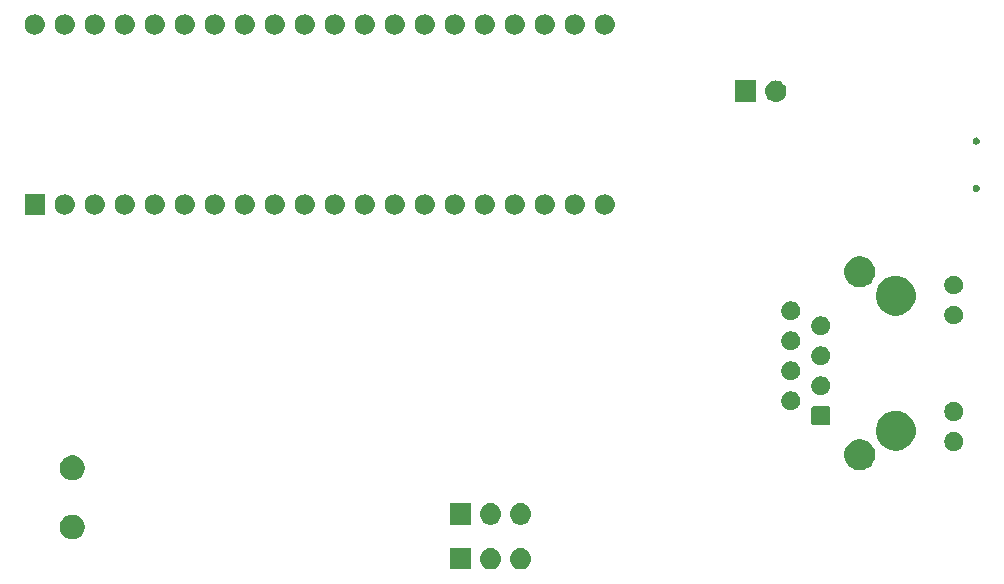
<source format=gbr>
G04 #@! TF.GenerationSoftware,KiCad,Pcbnew,(5.1.2-1)-1*
G04 #@! TF.CreationDate,2019-06-14T19:54:31-04:00*
G04 #@! TF.ProjectId,100base-t1-converter,31303062-6173-4652-9d74-312d636f6e76,rev?*
G04 #@! TF.SameCoordinates,Original*
G04 #@! TF.FileFunction,Soldermask,Bot*
G04 #@! TF.FilePolarity,Negative*
%FSLAX46Y46*%
G04 Gerber Fmt 4.6, Leading zero omitted, Abs format (unit mm)*
G04 Created by KiCad (PCBNEW (5.1.2-1)-1) date 2019-06-14 19:54:31*
%MOMM*%
%LPD*%
G04 APERTURE LIST*
%ADD10C,0.100000*%
G04 APERTURE END LIST*
D10*
G36*
X209650442Y-117905518D02*
G01*
X209716627Y-117912037D01*
X209886466Y-117963557D01*
X210042991Y-118047222D01*
X210078729Y-118076552D01*
X210180186Y-118159814D01*
X210263448Y-118261271D01*
X210292778Y-118297009D01*
X210376443Y-118453534D01*
X210427963Y-118623373D01*
X210445359Y-118800000D01*
X210427963Y-118976627D01*
X210376443Y-119146466D01*
X210292778Y-119302991D01*
X210263448Y-119338729D01*
X210180186Y-119440186D01*
X210078729Y-119523448D01*
X210042991Y-119552778D01*
X209886466Y-119636443D01*
X209716627Y-119687963D01*
X209650442Y-119694482D01*
X209584260Y-119701000D01*
X209495740Y-119701000D01*
X209429558Y-119694482D01*
X209363373Y-119687963D01*
X209193534Y-119636443D01*
X209037009Y-119552778D01*
X209001271Y-119523448D01*
X208899814Y-119440186D01*
X208816552Y-119338729D01*
X208787222Y-119302991D01*
X208703557Y-119146466D01*
X208652037Y-118976627D01*
X208634641Y-118800000D01*
X208652037Y-118623373D01*
X208703557Y-118453534D01*
X208787222Y-118297009D01*
X208816552Y-118261271D01*
X208899814Y-118159814D01*
X209001271Y-118076552D01*
X209037009Y-118047222D01*
X209193534Y-117963557D01*
X209363373Y-117912037D01*
X209429558Y-117905518D01*
X209495740Y-117899000D01*
X209584260Y-117899000D01*
X209650442Y-117905518D01*
X209650442Y-117905518D01*
G37*
G36*
X207110442Y-117905518D02*
G01*
X207176627Y-117912037D01*
X207346466Y-117963557D01*
X207502991Y-118047222D01*
X207538729Y-118076552D01*
X207640186Y-118159814D01*
X207723448Y-118261271D01*
X207752778Y-118297009D01*
X207836443Y-118453534D01*
X207887963Y-118623373D01*
X207905359Y-118800000D01*
X207887963Y-118976627D01*
X207836443Y-119146466D01*
X207752778Y-119302991D01*
X207723448Y-119338729D01*
X207640186Y-119440186D01*
X207538729Y-119523448D01*
X207502991Y-119552778D01*
X207346466Y-119636443D01*
X207176627Y-119687963D01*
X207110442Y-119694482D01*
X207044260Y-119701000D01*
X206955740Y-119701000D01*
X206889558Y-119694482D01*
X206823373Y-119687963D01*
X206653534Y-119636443D01*
X206497009Y-119552778D01*
X206461271Y-119523448D01*
X206359814Y-119440186D01*
X206276552Y-119338729D01*
X206247222Y-119302991D01*
X206163557Y-119146466D01*
X206112037Y-118976627D01*
X206094641Y-118800000D01*
X206112037Y-118623373D01*
X206163557Y-118453534D01*
X206247222Y-118297009D01*
X206276552Y-118261271D01*
X206359814Y-118159814D01*
X206461271Y-118076552D01*
X206497009Y-118047222D01*
X206653534Y-117963557D01*
X206823373Y-117912037D01*
X206889558Y-117905518D01*
X206955740Y-117899000D01*
X207044260Y-117899000D01*
X207110442Y-117905518D01*
X207110442Y-117905518D01*
G37*
G36*
X205361000Y-119701000D02*
G01*
X203559000Y-119701000D01*
X203559000Y-117899000D01*
X205361000Y-117899000D01*
X205361000Y-119701000D01*
X205361000Y-119701000D01*
G37*
G36*
X171906564Y-115089389D02*
G01*
X172097833Y-115168615D01*
X172097835Y-115168616D01*
X172109821Y-115176625D01*
X172269973Y-115283635D01*
X172416365Y-115430027D01*
X172531385Y-115602167D01*
X172610611Y-115793436D01*
X172651000Y-115996484D01*
X172651000Y-116203516D01*
X172610611Y-116406564D01*
X172531385Y-116597833D01*
X172531384Y-116597835D01*
X172416365Y-116769973D01*
X172269973Y-116916365D01*
X172097835Y-117031384D01*
X172097834Y-117031385D01*
X172097833Y-117031385D01*
X171906564Y-117110611D01*
X171703516Y-117151000D01*
X171496484Y-117151000D01*
X171293436Y-117110611D01*
X171102167Y-117031385D01*
X171102166Y-117031385D01*
X171102165Y-117031384D01*
X170930027Y-116916365D01*
X170783635Y-116769973D01*
X170668616Y-116597835D01*
X170668615Y-116597833D01*
X170589389Y-116406564D01*
X170549000Y-116203516D01*
X170549000Y-115996484D01*
X170589389Y-115793436D01*
X170668615Y-115602167D01*
X170783635Y-115430027D01*
X170930027Y-115283635D01*
X171090179Y-115176625D01*
X171102165Y-115168616D01*
X171102167Y-115168615D01*
X171293436Y-115089389D01*
X171496484Y-115049000D01*
X171703516Y-115049000D01*
X171906564Y-115089389D01*
X171906564Y-115089389D01*
G37*
G36*
X209650443Y-114105519D02*
G01*
X209716627Y-114112037D01*
X209886466Y-114163557D01*
X210042991Y-114247222D01*
X210078729Y-114276552D01*
X210180186Y-114359814D01*
X210263448Y-114461271D01*
X210292778Y-114497009D01*
X210376443Y-114653534D01*
X210427963Y-114823373D01*
X210445359Y-115000000D01*
X210427963Y-115176627D01*
X210376443Y-115346466D01*
X210292778Y-115502991D01*
X210263448Y-115538729D01*
X210180186Y-115640186D01*
X210078729Y-115723448D01*
X210042991Y-115752778D01*
X209886466Y-115836443D01*
X209716627Y-115887963D01*
X209650443Y-115894481D01*
X209584260Y-115901000D01*
X209495740Y-115901000D01*
X209429557Y-115894481D01*
X209363373Y-115887963D01*
X209193534Y-115836443D01*
X209037009Y-115752778D01*
X209001271Y-115723448D01*
X208899814Y-115640186D01*
X208816552Y-115538729D01*
X208787222Y-115502991D01*
X208703557Y-115346466D01*
X208652037Y-115176627D01*
X208634641Y-115000000D01*
X208652037Y-114823373D01*
X208703557Y-114653534D01*
X208787222Y-114497009D01*
X208816552Y-114461271D01*
X208899814Y-114359814D01*
X209001271Y-114276552D01*
X209037009Y-114247222D01*
X209193534Y-114163557D01*
X209363373Y-114112037D01*
X209429557Y-114105519D01*
X209495740Y-114099000D01*
X209584260Y-114099000D01*
X209650443Y-114105519D01*
X209650443Y-114105519D01*
G37*
G36*
X207110443Y-114105519D02*
G01*
X207176627Y-114112037D01*
X207346466Y-114163557D01*
X207502991Y-114247222D01*
X207538729Y-114276552D01*
X207640186Y-114359814D01*
X207723448Y-114461271D01*
X207752778Y-114497009D01*
X207836443Y-114653534D01*
X207887963Y-114823373D01*
X207905359Y-115000000D01*
X207887963Y-115176627D01*
X207836443Y-115346466D01*
X207752778Y-115502991D01*
X207723448Y-115538729D01*
X207640186Y-115640186D01*
X207538729Y-115723448D01*
X207502991Y-115752778D01*
X207346466Y-115836443D01*
X207176627Y-115887963D01*
X207110443Y-115894481D01*
X207044260Y-115901000D01*
X206955740Y-115901000D01*
X206889557Y-115894481D01*
X206823373Y-115887963D01*
X206653534Y-115836443D01*
X206497009Y-115752778D01*
X206461271Y-115723448D01*
X206359814Y-115640186D01*
X206276552Y-115538729D01*
X206247222Y-115502991D01*
X206163557Y-115346466D01*
X206112037Y-115176627D01*
X206094641Y-115000000D01*
X206112037Y-114823373D01*
X206163557Y-114653534D01*
X206247222Y-114497009D01*
X206276552Y-114461271D01*
X206359814Y-114359814D01*
X206461271Y-114276552D01*
X206497009Y-114247222D01*
X206653534Y-114163557D01*
X206823373Y-114112037D01*
X206889557Y-114105519D01*
X206955740Y-114099000D01*
X207044260Y-114099000D01*
X207110443Y-114105519D01*
X207110443Y-114105519D01*
G37*
G36*
X205361000Y-115901000D02*
G01*
X203559000Y-115901000D01*
X203559000Y-114099000D01*
X205361000Y-114099000D01*
X205361000Y-115901000D01*
X205361000Y-115901000D01*
G37*
G36*
X171906564Y-110089389D02*
G01*
X172097833Y-110168615D01*
X172097835Y-110168616D01*
X172269973Y-110283635D01*
X172416365Y-110430027D01*
X172530775Y-110601253D01*
X172531385Y-110602167D01*
X172610611Y-110793436D01*
X172651000Y-110996484D01*
X172651000Y-111203516D01*
X172610611Y-111406564D01*
X172531385Y-111597833D01*
X172531384Y-111597835D01*
X172416365Y-111769973D01*
X172269973Y-111916365D01*
X172097835Y-112031384D01*
X172097834Y-112031385D01*
X172097833Y-112031385D01*
X171906564Y-112110611D01*
X171703516Y-112151000D01*
X171496484Y-112151000D01*
X171293436Y-112110611D01*
X171102167Y-112031385D01*
X171102166Y-112031385D01*
X171102165Y-112031384D01*
X170930027Y-111916365D01*
X170783635Y-111769973D01*
X170668616Y-111597835D01*
X170668615Y-111597833D01*
X170589389Y-111406564D01*
X170549000Y-111203516D01*
X170549000Y-110996484D01*
X170589389Y-110793436D01*
X170668615Y-110602167D01*
X170669226Y-110601253D01*
X170783635Y-110430027D01*
X170930027Y-110283635D01*
X171102165Y-110168616D01*
X171102167Y-110168615D01*
X171293436Y-110089389D01*
X171496484Y-110049000D01*
X171703516Y-110049000D01*
X171906564Y-110089389D01*
X171906564Y-110089389D01*
G37*
G36*
X238639487Y-108733996D02*
G01*
X238876253Y-108832068D01*
X238876255Y-108832069D01*
X239089339Y-108974447D01*
X239270553Y-109155661D01*
X239338155Y-109256834D01*
X239412932Y-109368747D01*
X239511004Y-109605513D01*
X239561000Y-109856861D01*
X239561000Y-110113139D01*
X239511004Y-110364487D01*
X239483856Y-110430027D01*
X239412931Y-110601255D01*
X239270553Y-110814339D01*
X239089339Y-110995553D01*
X238876255Y-111137931D01*
X238876254Y-111137932D01*
X238876253Y-111137932D01*
X238639487Y-111236004D01*
X238388139Y-111286000D01*
X238131861Y-111286000D01*
X237880513Y-111236004D01*
X237643747Y-111137932D01*
X237643746Y-111137932D01*
X237643745Y-111137931D01*
X237430661Y-110995553D01*
X237249447Y-110814339D01*
X237107069Y-110601255D01*
X237036144Y-110430027D01*
X237008996Y-110364487D01*
X236959000Y-110113139D01*
X236959000Y-109856861D01*
X237008996Y-109605513D01*
X237107068Y-109368747D01*
X237181846Y-109256834D01*
X237249447Y-109155661D01*
X237430661Y-108974447D01*
X237643745Y-108832069D01*
X237643747Y-108832068D01*
X237880513Y-108733996D01*
X238131861Y-108684000D01*
X238388139Y-108684000D01*
X238639487Y-108733996D01*
X238639487Y-108733996D01*
G37*
G36*
X246443642Y-108094781D02*
G01*
X246589414Y-108155162D01*
X246589416Y-108155163D01*
X246720608Y-108242822D01*
X246832178Y-108354392D01*
X246891965Y-108443871D01*
X246919838Y-108485586D01*
X246980219Y-108631358D01*
X247011000Y-108786107D01*
X247011000Y-108943893D01*
X246980219Y-109098642D01*
X246919838Y-109244414D01*
X246919837Y-109244416D01*
X246832178Y-109375608D01*
X246720608Y-109487178D01*
X246589416Y-109574837D01*
X246589415Y-109574838D01*
X246589414Y-109574838D01*
X246443642Y-109635219D01*
X246288893Y-109666000D01*
X246131107Y-109666000D01*
X245976358Y-109635219D01*
X245830586Y-109574838D01*
X245830585Y-109574838D01*
X245830584Y-109574837D01*
X245699392Y-109487178D01*
X245587822Y-109375608D01*
X245500163Y-109244416D01*
X245500162Y-109244414D01*
X245439781Y-109098642D01*
X245409000Y-108943893D01*
X245409000Y-108786107D01*
X245439781Y-108631358D01*
X245500162Y-108485586D01*
X245528035Y-108443871D01*
X245587822Y-108354392D01*
X245699392Y-108242822D01*
X245830584Y-108155163D01*
X245830586Y-108155162D01*
X245976358Y-108094781D01*
X246131107Y-108064000D01*
X246288893Y-108064000D01*
X246443642Y-108094781D01*
X246443642Y-108094781D01*
G37*
G36*
X241636971Y-106311204D02*
G01*
X241798871Y-106343408D01*
X242103883Y-106469748D01*
X242378387Y-106653166D01*
X242611834Y-106886613D01*
X242795252Y-107161117D01*
X242921592Y-107466129D01*
X242986000Y-107789928D01*
X242986000Y-108120072D01*
X242921592Y-108443871D01*
X242795252Y-108748883D01*
X242611834Y-109023387D01*
X242378387Y-109256834D01*
X242103883Y-109440252D01*
X241798871Y-109566592D01*
X241636971Y-109598796D01*
X241475073Y-109631000D01*
X241144927Y-109631000D01*
X240983029Y-109598796D01*
X240821129Y-109566592D01*
X240516117Y-109440252D01*
X240241613Y-109256834D01*
X240008166Y-109023387D01*
X239824748Y-108748883D01*
X239698408Y-108443871D01*
X239634000Y-108120072D01*
X239634000Y-107789928D01*
X239698408Y-107466129D01*
X239824748Y-107161117D01*
X240008166Y-106886613D01*
X240241613Y-106653166D01*
X240516117Y-106469748D01*
X240821129Y-106343408D01*
X240983029Y-106311204D01*
X241144927Y-106279000D01*
X241475073Y-106279000D01*
X241636971Y-106311204D01*
X241636971Y-106311204D01*
G37*
G36*
X235602546Y-105883134D02*
G01*
X235637010Y-105893589D01*
X235668761Y-105910560D01*
X235696597Y-105933403D01*
X235719440Y-105961239D01*
X235736411Y-105992990D01*
X235746866Y-106027454D01*
X235751000Y-106069425D01*
X235751000Y-107290575D01*
X235746866Y-107332546D01*
X235736411Y-107367010D01*
X235719440Y-107398761D01*
X235696597Y-107426597D01*
X235668761Y-107449440D01*
X235637010Y-107466411D01*
X235602546Y-107476866D01*
X235560575Y-107481000D01*
X234339425Y-107481000D01*
X234297454Y-107476866D01*
X234262990Y-107466411D01*
X234231239Y-107449440D01*
X234203403Y-107426597D01*
X234180560Y-107398761D01*
X234163589Y-107367010D01*
X234153134Y-107332546D01*
X234149000Y-107290575D01*
X234149000Y-106069425D01*
X234153134Y-106027454D01*
X234163589Y-105992990D01*
X234180560Y-105961239D01*
X234203403Y-105933403D01*
X234231239Y-105910560D01*
X234262990Y-105893589D01*
X234297454Y-105883134D01*
X234339425Y-105879000D01*
X235560575Y-105879000D01*
X235602546Y-105883134D01*
X235602546Y-105883134D01*
G37*
G36*
X246443642Y-105554781D02*
G01*
X246589414Y-105615162D01*
X246589416Y-105615163D01*
X246720608Y-105702822D01*
X246832178Y-105814392D01*
X246909830Y-105930608D01*
X246919838Y-105945586D01*
X246980219Y-106091358D01*
X247011000Y-106246107D01*
X247011000Y-106403893D01*
X246980219Y-106558642D01*
X246919838Y-106704414D01*
X246919837Y-106704416D01*
X246832178Y-106835608D01*
X246720608Y-106947178D01*
X246589416Y-107034837D01*
X246589415Y-107034838D01*
X246589414Y-107034838D01*
X246443642Y-107095219D01*
X246288893Y-107126000D01*
X246131107Y-107126000D01*
X245976358Y-107095219D01*
X245830586Y-107034838D01*
X245830585Y-107034838D01*
X245830584Y-107034837D01*
X245699392Y-106947178D01*
X245587822Y-106835608D01*
X245500163Y-106704416D01*
X245500162Y-106704414D01*
X245439781Y-106558642D01*
X245409000Y-106403893D01*
X245409000Y-106246107D01*
X245439781Y-106091358D01*
X245500162Y-105945586D01*
X245510170Y-105930608D01*
X245587822Y-105814392D01*
X245699392Y-105702822D01*
X245830584Y-105615163D01*
X245830586Y-105615162D01*
X245976358Y-105554781D01*
X246131107Y-105524000D01*
X246288893Y-105524000D01*
X246443642Y-105554781D01*
X246443642Y-105554781D01*
G37*
G36*
X232643642Y-104649781D02*
G01*
X232789414Y-104710162D01*
X232789416Y-104710163D01*
X232920608Y-104797822D01*
X233032178Y-104909392D01*
X233119837Y-105040584D01*
X233119838Y-105040586D01*
X233180219Y-105186358D01*
X233211000Y-105341107D01*
X233211000Y-105498893D01*
X233180219Y-105653642D01*
X233119838Y-105799414D01*
X233119837Y-105799416D01*
X233032178Y-105930608D01*
X232920608Y-106042178D01*
X232789416Y-106129837D01*
X232789415Y-106129838D01*
X232789414Y-106129838D01*
X232643642Y-106190219D01*
X232488893Y-106221000D01*
X232331107Y-106221000D01*
X232176358Y-106190219D01*
X232030586Y-106129838D01*
X232030585Y-106129838D01*
X232030584Y-106129837D01*
X231899392Y-106042178D01*
X231787822Y-105930608D01*
X231700163Y-105799416D01*
X231700162Y-105799414D01*
X231639781Y-105653642D01*
X231609000Y-105498893D01*
X231609000Y-105341107D01*
X231639781Y-105186358D01*
X231700162Y-105040586D01*
X231700163Y-105040584D01*
X231787822Y-104909392D01*
X231899392Y-104797822D01*
X232030584Y-104710163D01*
X232030586Y-104710162D01*
X232176358Y-104649781D01*
X232331107Y-104619000D01*
X232488893Y-104619000D01*
X232643642Y-104649781D01*
X232643642Y-104649781D01*
G37*
G36*
X235183642Y-103369781D02*
G01*
X235329414Y-103430162D01*
X235329416Y-103430163D01*
X235460608Y-103517822D01*
X235572178Y-103629392D01*
X235606661Y-103681000D01*
X235659838Y-103760586D01*
X235720219Y-103906358D01*
X235751000Y-104061107D01*
X235751000Y-104218893D01*
X235720219Y-104373642D01*
X235659838Y-104519414D01*
X235659837Y-104519416D01*
X235572178Y-104650608D01*
X235460608Y-104762178D01*
X235329416Y-104849837D01*
X235329415Y-104849838D01*
X235329414Y-104849838D01*
X235183642Y-104910219D01*
X235028893Y-104941000D01*
X234871107Y-104941000D01*
X234716358Y-104910219D01*
X234570586Y-104849838D01*
X234570585Y-104849838D01*
X234570584Y-104849837D01*
X234439392Y-104762178D01*
X234327822Y-104650608D01*
X234240163Y-104519416D01*
X234240162Y-104519414D01*
X234179781Y-104373642D01*
X234149000Y-104218893D01*
X234149000Y-104061107D01*
X234179781Y-103906358D01*
X234240162Y-103760586D01*
X234293339Y-103681000D01*
X234327822Y-103629392D01*
X234439392Y-103517822D01*
X234570584Y-103430163D01*
X234570586Y-103430162D01*
X234716358Y-103369781D01*
X234871107Y-103339000D01*
X235028893Y-103339000D01*
X235183642Y-103369781D01*
X235183642Y-103369781D01*
G37*
G36*
X232643642Y-102109781D02*
G01*
X232789414Y-102170162D01*
X232789416Y-102170163D01*
X232920608Y-102257822D01*
X233032178Y-102369392D01*
X233119837Y-102500584D01*
X233119838Y-102500586D01*
X233180219Y-102646358D01*
X233211000Y-102801107D01*
X233211000Y-102958893D01*
X233180219Y-103113642D01*
X233119838Y-103259414D01*
X233119837Y-103259416D01*
X233032178Y-103390608D01*
X232920608Y-103502178D01*
X232789416Y-103589837D01*
X232789415Y-103589838D01*
X232789414Y-103589838D01*
X232643642Y-103650219D01*
X232488893Y-103681000D01*
X232331107Y-103681000D01*
X232176358Y-103650219D01*
X232030586Y-103589838D01*
X232030585Y-103589838D01*
X232030584Y-103589837D01*
X231899392Y-103502178D01*
X231787822Y-103390608D01*
X231700163Y-103259416D01*
X231700162Y-103259414D01*
X231639781Y-103113642D01*
X231609000Y-102958893D01*
X231609000Y-102801107D01*
X231639781Y-102646358D01*
X231700162Y-102500586D01*
X231700163Y-102500584D01*
X231787822Y-102369392D01*
X231899392Y-102257822D01*
X232030584Y-102170163D01*
X232030586Y-102170162D01*
X232176358Y-102109781D01*
X232331107Y-102079000D01*
X232488893Y-102079000D01*
X232643642Y-102109781D01*
X232643642Y-102109781D01*
G37*
G36*
X235183642Y-100829781D02*
G01*
X235329414Y-100890162D01*
X235329416Y-100890163D01*
X235460608Y-100977822D01*
X235572178Y-101089392D01*
X235606661Y-101141000D01*
X235659838Y-101220586D01*
X235720219Y-101366358D01*
X235751000Y-101521107D01*
X235751000Y-101678893D01*
X235720219Y-101833642D01*
X235659838Y-101979414D01*
X235659837Y-101979416D01*
X235572178Y-102110608D01*
X235460608Y-102222178D01*
X235329416Y-102309837D01*
X235329415Y-102309838D01*
X235329414Y-102309838D01*
X235183642Y-102370219D01*
X235028893Y-102401000D01*
X234871107Y-102401000D01*
X234716358Y-102370219D01*
X234570586Y-102309838D01*
X234570585Y-102309838D01*
X234570584Y-102309837D01*
X234439392Y-102222178D01*
X234327822Y-102110608D01*
X234240163Y-101979416D01*
X234240162Y-101979414D01*
X234179781Y-101833642D01*
X234149000Y-101678893D01*
X234149000Y-101521107D01*
X234179781Y-101366358D01*
X234240162Y-101220586D01*
X234293339Y-101141000D01*
X234327822Y-101089392D01*
X234439392Y-100977822D01*
X234570584Y-100890163D01*
X234570586Y-100890162D01*
X234716358Y-100829781D01*
X234871107Y-100799000D01*
X235028893Y-100799000D01*
X235183642Y-100829781D01*
X235183642Y-100829781D01*
G37*
G36*
X232643642Y-99569781D02*
G01*
X232789414Y-99630162D01*
X232789416Y-99630163D01*
X232920608Y-99717822D01*
X233032178Y-99829392D01*
X233119837Y-99960584D01*
X233119838Y-99960586D01*
X233180219Y-100106358D01*
X233211000Y-100261107D01*
X233211000Y-100418893D01*
X233180219Y-100573642D01*
X233119838Y-100719414D01*
X233119837Y-100719416D01*
X233032178Y-100850608D01*
X232920608Y-100962178D01*
X232789416Y-101049837D01*
X232789415Y-101049838D01*
X232789414Y-101049838D01*
X232643642Y-101110219D01*
X232488893Y-101141000D01*
X232331107Y-101141000D01*
X232176358Y-101110219D01*
X232030586Y-101049838D01*
X232030585Y-101049838D01*
X232030584Y-101049837D01*
X231899392Y-100962178D01*
X231787822Y-100850608D01*
X231700163Y-100719416D01*
X231700162Y-100719414D01*
X231639781Y-100573642D01*
X231609000Y-100418893D01*
X231609000Y-100261107D01*
X231639781Y-100106358D01*
X231700162Y-99960586D01*
X231700163Y-99960584D01*
X231787822Y-99829392D01*
X231899392Y-99717822D01*
X232030584Y-99630163D01*
X232030586Y-99630162D01*
X232176358Y-99569781D01*
X232331107Y-99539000D01*
X232488893Y-99539000D01*
X232643642Y-99569781D01*
X232643642Y-99569781D01*
G37*
G36*
X235183642Y-98289781D02*
G01*
X235329414Y-98350162D01*
X235329416Y-98350163D01*
X235460608Y-98437822D01*
X235572178Y-98549392D01*
X235649830Y-98665608D01*
X235659838Y-98680586D01*
X235720219Y-98826358D01*
X235751000Y-98981107D01*
X235751000Y-99138893D01*
X235720219Y-99293642D01*
X235659838Y-99439414D01*
X235659837Y-99439416D01*
X235572178Y-99570608D01*
X235460608Y-99682178D01*
X235329416Y-99769837D01*
X235329415Y-99769838D01*
X235329414Y-99769838D01*
X235183642Y-99830219D01*
X235028893Y-99861000D01*
X234871107Y-99861000D01*
X234716358Y-99830219D01*
X234570586Y-99769838D01*
X234570585Y-99769838D01*
X234570584Y-99769837D01*
X234439392Y-99682178D01*
X234327822Y-99570608D01*
X234240163Y-99439416D01*
X234240162Y-99439414D01*
X234179781Y-99293642D01*
X234149000Y-99138893D01*
X234149000Y-98981107D01*
X234179781Y-98826358D01*
X234240162Y-98680586D01*
X234250170Y-98665608D01*
X234327822Y-98549392D01*
X234439392Y-98437822D01*
X234570584Y-98350163D01*
X234570586Y-98350162D01*
X234716358Y-98289781D01*
X234871107Y-98259000D01*
X235028893Y-98259000D01*
X235183642Y-98289781D01*
X235183642Y-98289781D01*
G37*
G36*
X246443642Y-97384781D02*
G01*
X246589414Y-97445162D01*
X246589416Y-97445163D01*
X246720608Y-97532822D01*
X246832178Y-97644392D01*
X246919837Y-97775584D01*
X246919838Y-97775586D01*
X246980219Y-97921358D01*
X247011000Y-98076107D01*
X247011000Y-98233893D01*
X246980219Y-98388642D01*
X246930018Y-98509837D01*
X246919837Y-98534416D01*
X246832178Y-98665608D01*
X246720608Y-98777178D01*
X246589416Y-98864837D01*
X246589415Y-98864838D01*
X246589414Y-98864838D01*
X246443642Y-98925219D01*
X246288893Y-98956000D01*
X246131107Y-98956000D01*
X245976358Y-98925219D01*
X245830586Y-98864838D01*
X245830585Y-98864838D01*
X245830584Y-98864837D01*
X245699392Y-98777178D01*
X245587822Y-98665608D01*
X245500163Y-98534416D01*
X245489982Y-98509837D01*
X245439781Y-98388642D01*
X245409000Y-98233893D01*
X245409000Y-98076107D01*
X245439781Y-97921358D01*
X245500162Y-97775586D01*
X245500163Y-97775584D01*
X245587822Y-97644392D01*
X245699392Y-97532822D01*
X245830584Y-97445163D01*
X245830586Y-97445162D01*
X245976358Y-97384781D01*
X246131107Y-97354000D01*
X246288893Y-97354000D01*
X246443642Y-97384781D01*
X246443642Y-97384781D01*
G37*
G36*
X232643642Y-97029781D02*
G01*
X232789414Y-97090162D01*
X232789416Y-97090163D01*
X232920608Y-97177822D01*
X233032178Y-97289392D01*
X233051882Y-97318882D01*
X233119838Y-97420586D01*
X233180219Y-97566358D01*
X233211000Y-97721107D01*
X233211000Y-97878893D01*
X233180219Y-98033642D01*
X233119838Y-98179414D01*
X233119837Y-98179416D01*
X233032178Y-98310608D01*
X232920608Y-98422178D01*
X232789416Y-98509837D01*
X232789415Y-98509838D01*
X232789414Y-98509838D01*
X232643642Y-98570219D01*
X232488893Y-98601000D01*
X232331107Y-98601000D01*
X232176358Y-98570219D01*
X232030586Y-98509838D01*
X232030585Y-98509838D01*
X232030584Y-98509837D01*
X231899392Y-98422178D01*
X231787822Y-98310608D01*
X231700163Y-98179416D01*
X231700162Y-98179414D01*
X231639781Y-98033642D01*
X231609000Y-97878893D01*
X231609000Y-97721107D01*
X231639781Y-97566358D01*
X231700162Y-97420586D01*
X231768118Y-97318882D01*
X231787822Y-97289392D01*
X231899392Y-97177822D01*
X232030584Y-97090163D01*
X232030586Y-97090162D01*
X232176358Y-97029781D01*
X232331107Y-96999000D01*
X232488893Y-96999000D01*
X232643642Y-97029781D01*
X232643642Y-97029781D01*
G37*
G36*
X241603203Y-94874487D02*
G01*
X241798871Y-94913408D01*
X242103883Y-95039748D01*
X242378387Y-95223166D01*
X242611834Y-95456613D01*
X242795252Y-95731117D01*
X242921592Y-96036129D01*
X242986000Y-96359928D01*
X242986000Y-96690072D01*
X242921592Y-97013871D01*
X242795252Y-97318883D01*
X242611834Y-97593387D01*
X242378387Y-97826834D01*
X242103883Y-98010252D01*
X241798871Y-98136592D01*
X241636971Y-98168796D01*
X241475073Y-98201000D01*
X241144927Y-98201000D01*
X240821129Y-98136592D01*
X240516117Y-98010252D01*
X240241613Y-97826834D01*
X240008166Y-97593387D01*
X239824748Y-97318883D01*
X239698408Y-97013871D01*
X239634000Y-96690072D01*
X239634000Y-96359928D01*
X239698408Y-96036129D01*
X239824748Y-95731117D01*
X240008166Y-95456613D01*
X240241613Y-95223166D01*
X240516117Y-95039748D01*
X240821129Y-94913408D01*
X241016797Y-94874487D01*
X241144927Y-94849000D01*
X241475073Y-94849000D01*
X241603203Y-94874487D01*
X241603203Y-94874487D01*
G37*
G36*
X246443642Y-94844781D02*
G01*
X246589414Y-94905162D01*
X246589416Y-94905163D01*
X246720608Y-94992822D01*
X246832178Y-95104392D01*
X246919837Y-95235584D01*
X246919838Y-95235586D01*
X246980219Y-95381358D01*
X247011000Y-95536107D01*
X247011000Y-95693893D01*
X246980219Y-95848642D01*
X246919838Y-95994414D01*
X246919837Y-95994416D01*
X246832178Y-96125608D01*
X246720608Y-96237178D01*
X246589416Y-96324837D01*
X246589415Y-96324838D01*
X246589414Y-96324838D01*
X246443642Y-96385219D01*
X246288893Y-96416000D01*
X246131107Y-96416000D01*
X245976358Y-96385219D01*
X245830586Y-96324838D01*
X245830585Y-96324838D01*
X245830584Y-96324837D01*
X245699392Y-96237178D01*
X245587822Y-96125608D01*
X245500163Y-95994416D01*
X245500162Y-95994414D01*
X245439781Y-95848642D01*
X245409000Y-95693893D01*
X245409000Y-95536107D01*
X245439781Y-95381358D01*
X245500162Y-95235586D01*
X245500163Y-95235584D01*
X245587822Y-95104392D01*
X245699392Y-94992822D01*
X245830584Y-94905163D01*
X245830586Y-94905162D01*
X245976358Y-94844781D01*
X246131107Y-94814000D01*
X246288893Y-94814000D01*
X246443642Y-94844781D01*
X246443642Y-94844781D01*
G37*
G36*
X238639487Y-93243996D02*
G01*
X238876253Y-93342068D01*
X238876255Y-93342069D01*
X239089339Y-93484447D01*
X239270553Y-93665661D01*
X239412932Y-93878747D01*
X239511004Y-94115513D01*
X239561000Y-94366861D01*
X239561000Y-94623139D01*
X239511004Y-94874487D01*
X239412932Y-95111253D01*
X239412931Y-95111255D01*
X239270553Y-95324339D01*
X239089339Y-95505553D01*
X238876255Y-95647931D01*
X238876254Y-95647932D01*
X238876253Y-95647932D01*
X238639487Y-95746004D01*
X238388139Y-95796000D01*
X238131861Y-95796000D01*
X237880513Y-95746004D01*
X237643747Y-95647932D01*
X237643746Y-95647932D01*
X237643745Y-95647931D01*
X237430661Y-95505553D01*
X237249447Y-95324339D01*
X237107069Y-95111255D01*
X237107068Y-95111253D01*
X237008996Y-94874487D01*
X236959000Y-94623139D01*
X236959000Y-94366861D01*
X237008996Y-94115513D01*
X237107068Y-93878747D01*
X237249447Y-93665661D01*
X237430661Y-93484447D01*
X237643745Y-93342069D01*
X237643747Y-93342068D01*
X237880513Y-93243996D01*
X238131861Y-93194000D01*
X238388139Y-93194000D01*
X238639487Y-93243996D01*
X238639487Y-93243996D01*
G37*
G36*
X178726823Y-87961313D02*
G01*
X178887242Y-88009976D01*
X179019906Y-88080886D01*
X179035078Y-88088996D01*
X179164659Y-88195341D01*
X179271004Y-88324922D01*
X179271005Y-88324924D01*
X179350024Y-88472758D01*
X179398687Y-88633177D01*
X179415117Y-88800000D01*
X179398687Y-88966823D01*
X179350024Y-89127242D01*
X179279114Y-89259906D01*
X179271004Y-89275078D01*
X179164659Y-89404659D01*
X179035078Y-89511004D01*
X179035076Y-89511005D01*
X178887242Y-89590024D01*
X178726823Y-89638687D01*
X178601804Y-89651000D01*
X178518196Y-89651000D01*
X178393177Y-89638687D01*
X178232758Y-89590024D01*
X178084924Y-89511005D01*
X178084922Y-89511004D01*
X177955341Y-89404659D01*
X177848996Y-89275078D01*
X177840886Y-89259906D01*
X177769976Y-89127242D01*
X177721313Y-88966823D01*
X177704883Y-88800000D01*
X177721313Y-88633177D01*
X177769976Y-88472758D01*
X177848995Y-88324924D01*
X177848996Y-88324922D01*
X177955341Y-88195341D01*
X178084922Y-88088996D01*
X178100094Y-88080886D01*
X178232758Y-88009976D01*
X178393177Y-87961313D01*
X178518196Y-87949000D01*
X178601804Y-87949000D01*
X178726823Y-87961313D01*
X178726823Y-87961313D01*
G37*
G36*
X183806823Y-87961313D02*
G01*
X183967242Y-88009976D01*
X184099906Y-88080886D01*
X184115078Y-88088996D01*
X184244659Y-88195341D01*
X184351004Y-88324922D01*
X184351005Y-88324924D01*
X184430024Y-88472758D01*
X184478687Y-88633177D01*
X184495117Y-88800000D01*
X184478687Y-88966823D01*
X184430024Y-89127242D01*
X184359114Y-89259906D01*
X184351004Y-89275078D01*
X184244659Y-89404659D01*
X184115078Y-89511004D01*
X184115076Y-89511005D01*
X183967242Y-89590024D01*
X183806823Y-89638687D01*
X183681804Y-89651000D01*
X183598196Y-89651000D01*
X183473177Y-89638687D01*
X183312758Y-89590024D01*
X183164924Y-89511005D01*
X183164922Y-89511004D01*
X183035341Y-89404659D01*
X182928996Y-89275078D01*
X182920886Y-89259906D01*
X182849976Y-89127242D01*
X182801313Y-88966823D01*
X182784883Y-88800000D01*
X182801313Y-88633177D01*
X182849976Y-88472758D01*
X182928995Y-88324924D01*
X182928996Y-88324922D01*
X183035341Y-88195341D01*
X183164922Y-88088996D01*
X183180094Y-88080886D01*
X183312758Y-88009976D01*
X183473177Y-87961313D01*
X183598196Y-87949000D01*
X183681804Y-87949000D01*
X183806823Y-87961313D01*
X183806823Y-87961313D01*
G37*
G36*
X216826823Y-87961313D02*
G01*
X216987242Y-88009976D01*
X217119906Y-88080886D01*
X217135078Y-88088996D01*
X217264659Y-88195341D01*
X217371004Y-88324922D01*
X217371005Y-88324924D01*
X217450024Y-88472758D01*
X217498687Y-88633177D01*
X217515117Y-88800000D01*
X217498687Y-88966823D01*
X217450024Y-89127242D01*
X217379114Y-89259906D01*
X217371004Y-89275078D01*
X217264659Y-89404659D01*
X217135078Y-89511004D01*
X217135076Y-89511005D01*
X216987242Y-89590024D01*
X216826823Y-89638687D01*
X216701804Y-89651000D01*
X216618196Y-89651000D01*
X216493177Y-89638687D01*
X216332758Y-89590024D01*
X216184924Y-89511005D01*
X216184922Y-89511004D01*
X216055341Y-89404659D01*
X215948996Y-89275078D01*
X215940886Y-89259906D01*
X215869976Y-89127242D01*
X215821313Y-88966823D01*
X215804883Y-88800000D01*
X215821313Y-88633177D01*
X215869976Y-88472758D01*
X215948995Y-88324924D01*
X215948996Y-88324922D01*
X216055341Y-88195341D01*
X216184922Y-88088996D01*
X216200094Y-88080886D01*
X216332758Y-88009976D01*
X216493177Y-87961313D01*
X216618196Y-87949000D01*
X216701804Y-87949000D01*
X216826823Y-87961313D01*
X216826823Y-87961313D01*
G37*
G36*
X214286823Y-87961313D02*
G01*
X214447242Y-88009976D01*
X214579906Y-88080886D01*
X214595078Y-88088996D01*
X214724659Y-88195341D01*
X214831004Y-88324922D01*
X214831005Y-88324924D01*
X214910024Y-88472758D01*
X214958687Y-88633177D01*
X214975117Y-88800000D01*
X214958687Y-88966823D01*
X214910024Y-89127242D01*
X214839114Y-89259906D01*
X214831004Y-89275078D01*
X214724659Y-89404659D01*
X214595078Y-89511004D01*
X214595076Y-89511005D01*
X214447242Y-89590024D01*
X214286823Y-89638687D01*
X214161804Y-89651000D01*
X214078196Y-89651000D01*
X213953177Y-89638687D01*
X213792758Y-89590024D01*
X213644924Y-89511005D01*
X213644922Y-89511004D01*
X213515341Y-89404659D01*
X213408996Y-89275078D01*
X213400886Y-89259906D01*
X213329976Y-89127242D01*
X213281313Y-88966823D01*
X213264883Y-88800000D01*
X213281313Y-88633177D01*
X213329976Y-88472758D01*
X213408995Y-88324924D01*
X213408996Y-88324922D01*
X213515341Y-88195341D01*
X213644922Y-88088996D01*
X213660094Y-88080886D01*
X213792758Y-88009976D01*
X213953177Y-87961313D01*
X214078196Y-87949000D01*
X214161804Y-87949000D01*
X214286823Y-87961313D01*
X214286823Y-87961313D01*
G37*
G36*
X211746823Y-87961313D02*
G01*
X211907242Y-88009976D01*
X212039906Y-88080886D01*
X212055078Y-88088996D01*
X212184659Y-88195341D01*
X212291004Y-88324922D01*
X212291005Y-88324924D01*
X212370024Y-88472758D01*
X212418687Y-88633177D01*
X212435117Y-88800000D01*
X212418687Y-88966823D01*
X212370024Y-89127242D01*
X212299114Y-89259906D01*
X212291004Y-89275078D01*
X212184659Y-89404659D01*
X212055078Y-89511004D01*
X212055076Y-89511005D01*
X211907242Y-89590024D01*
X211746823Y-89638687D01*
X211621804Y-89651000D01*
X211538196Y-89651000D01*
X211413177Y-89638687D01*
X211252758Y-89590024D01*
X211104924Y-89511005D01*
X211104922Y-89511004D01*
X210975341Y-89404659D01*
X210868996Y-89275078D01*
X210860886Y-89259906D01*
X210789976Y-89127242D01*
X210741313Y-88966823D01*
X210724883Y-88800000D01*
X210741313Y-88633177D01*
X210789976Y-88472758D01*
X210868995Y-88324924D01*
X210868996Y-88324922D01*
X210975341Y-88195341D01*
X211104922Y-88088996D01*
X211120094Y-88080886D01*
X211252758Y-88009976D01*
X211413177Y-87961313D01*
X211538196Y-87949000D01*
X211621804Y-87949000D01*
X211746823Y-87961313D01*
X211746823Y-87961313D01*
G37*
G36*
X209206823Y-87961313D02*
G01*
X209367242Y-88009976D01*
X209499906Y-88080886D01*
X209515078Y-88088996D01*
X209644659Y-88195341D01*
X209751004Y-88324922D01*
X209751005Y-88324924D01*
X209830024Y-88472758D01*
X209878687Y-88633177D01*
X209895117Y-88800000D01*
X209878687Y-88966823D01*
X209830024Y-89127242D01*
X209759114Y-89259906D01*
X209751004Y-89275078D01*
X209644659Y-89404659D01*
X209515078Y-89511004D01*
X209515076Y-89511005D01*
X209367242Y-89590024D01*
X209206823Y-89638687D01*
X209081804Y-89651000D01*
X208998196Y-89651000D01*
X208873177Y-89638687D01*
X208712758Y-89590024D01*
X208564924Y-89511005D01*
X208564922Y-89511004D01*
X208435341Y-89404659D01*
X208328996Y-89275078D01*
X208320886Y-89259906D01*
X208249976Y-89127242D01*
X208201313Y-88966823D01*
X208184883Y-88800000D01*
X208201313Y-88633177D01*
X208249976Y-88472758D01*
X208328995Y-88324924D01*
X208328996Y-88324922D01*
X208435341Y-88195341D01*
X208564922Y-88088996D01*
X208580094Y-88080886D01*
X208712758Y-88009976D01*
X208873177Y-87961313D01*
X208998196Y-87949000D01*
X209081804Y-87949000D01*
X209206823Y-87961313D01*
X209206823Y-87961313D01*
G37*
G36*
X206666823Y-87961313D02*
G01*
X206827242Y-88009976D01*
X206959906Y-88080886D01*
X206975078Y-88088996D01*
X207104659Y-88195341D01*
X207211004Y-88324922D01*
X207211005Y-88324924D01*
X207290024Y-88472758D01*
X207338687Y-88633177D01*
X207355117Y-88800000D01*
X207338687Y-88966823D01*
X207290024Y-89127242D01*
X207219114Y-89259906D01*
X207211004Y-89275078D01*
X207104659Y-89404659D01*
X206975078Y-89511004D01*
X206975076Y-89511005D01*
X206827242Y-89590024D01*
X206666823Y-89638687D01*
X206541804Y-89651000D01*
X206458196Y-89651000D01*
X206333177Y-89638687D01*
X206172758Y-89590024D01*
X206024924Y-89511005D01*
X206024922Y-89511004D01*
X205895341Y-89404659D01*
X205788996Y-89275078D01*
X205780886Y-89259906D01*
X205709976Y-89127242D01*
X205661313Y-88966823D01*
X205644883Y-88800000D01*
X205661313Y-88633177D01*
X205709976Y-88472758D01*
X205788995Y-88324924D01*
X205788996Y-88324922D01*
X205895341Y-88195341D01*
X206024922Y-88088996D01*
X206040094Y-88080886D01*
X206172758Y-88009976D01*
X206333177Y-87961313D01*
X206458196Y-87949000D01*
X206541804Y-87949000D01*
X206666823Y-87961313D01*
X206666823Y-87961313D01*
G37*
G36*
X204126823Y-87961313D02*
G01*
X204287242Y-88009976D01*
X204419906Y-88080886D01*
X204435078Y-88088996D01*
X204564659Y-88195341D01*
X204671004Y-88324922D01*
X204671005Y-88324924D01*
X204750024Y-88472758D01*
X204798687Y-88633177D01*
X204815117Y-88800000D01*
X204798687Y-88966823D01*
X204750024Y-89127242D01*
X204679114Y-89259906D01*
X204671004Y-89275078D01*
X204564659Y-89404659D01*
X204435078Y-89511004D01*
X204435076Y-89511005D01*
X204287242Y-89590024D01*
X204126823Y-89638687D01*
X204001804Y-89651000D01*
X203918196Y-89651000D01*
X203793177Y-89638687D01*
X203632758Y-89590024D01*
X203484924Y-89511005D01*
X203484922Y-89511004D01*
X203355341Y-89404659D01*
X203248996Y-89275078D01*
X203240886Y-89259906D01*
X203169976Y-89127242D01*
X203121313Y-88966823D01*
X203104883Y-88800000D01*
X203121313Y-88633177D01*
X203169976Y-88472758D01*
X203248995Y-88324924D01*
X203248996Y-88324922D01*
X203355341Y-88195341D01*
X203484922Y-88088996D01*
X203500094Y-88080886D01*
X203632758Y-88009976D01*
X203793177Y-87961313D01*
X203918196Y-87949000D01*
X204001804Y-87949000D01*
X204126823Y-87961313D01*
X204126823Y-87961313D01*
G37*
G36*
X201586823Y-87961313D02*
G01*
X201747242Y-88009976D01*
X201879906Y-88080886D01*
X201895078Y-88088996D01*
X202024659Y-88195341D01*
X202131004Y-88324922D01*
X202131005Y-88324924D01*
X202210024Y-88472758D01*
X202258687Y-88633177D01*
X202275117Y-88800000D01*
X202258687Y-88966823D01*
X202210024Y-89127242D01*
X202139114Y-89259906D01*
X202131004Y-89275078D01*
X202024659Y-89404659D01*
X201895078Y-89511004D01*
X201895076Y-89511005D01*
X201747242Y-89590024D01*
X201586823Y-89638687D01*
X201461804Y-89651000D01*
X201378196Y-89651000D01*
X201253177Y-89638687D01*
X201092758Y-89590024D01*
X200944924Y-89511005D01*
X200944922Y-89511004D01*
X200815341Y-89404659D01*
X200708996Y-89275078D01*
X200700886Y-89259906D01*
X200629976Y-89127242D01*
X200581313Y-88966823D01*
X200564883Y-88800000D01*
X200581313Y-88633177D01*
X200629976Y-88472758D01*
X200708995Y-88324924D01*
X200708996Y-88324922D01*
X200815341Y-88195341D01*
X200944922Y-88088996D01*
X200960094Y-88080886D01*
X201092758Y-88009976D01*
X201253177Y-87961313D01*
X201378196Y-87949000D01*
X201461804Y-87949000D01*
X201586823Y-87961313D01*
X201586823Y-87961313D01*
G37*
G36*
X199046823Y-87961313D02*
G01*
X199207242Y-88009976D01*
X199339906Y-88080886D01*
X199355078Y-88088996D01*
X199484659Y-88195341D01*
X199591004Y-88324922D01*
X199591005Y-88324924D01*
X199670024Y-88472758D01*
X199718687Y-88633177D01*
X199735117Y-88800000D01*
X199718687Y-88966823D01*
X199670024Y-89127242D01*
X199599114Y-89259906D01*
X199591004Y-89275078D01*
X199484659Y-89404659D01*
X199355078Y-89511004D01*
X199355076Y-89511005D01*
X199207242Y-89590024D01*
X199046823Y-89638687D01*
X198921804Y-89651000D01*
X198838196Y-89651000D01*
X198713177Y-89638687D01*
X198552758Y-89590024D01*
X198404924Y-89511005D01*
X198404922Y-89511004D01*
X198275341Y-89404659D01*
X198168996Y-89275078D01*
X198160886Y-89259906D01*
X198089976Y-89127242D01*
X198041313Y-88966823D01*
X198024883Y-88800000D01*
X198041313Y-88633177D01*
X198089976Y-88472758D01*
X198168995Y-88324924D01*
X198168996Y-88324922D01*
X198275341Y-88195341D01*
X198404922Y-88088996D01*
X198420094Y-88080886D01*
X198552758Y-88009976D01*
X198713177Y-87961313D01*
X198838196Y-87949000D01*
X198921804Y-87949000D01*
X199046823Y-87961313D01*
X199046823Y-87961313D01*
G37*
G36*
X196506823Y-87961313D02*
G01*
X196667242Y-88009976D01*
X196799906Y-88080886D01*
X196815078Y-88088996D01*
X196944659Y-88195341D01*
X197051004Y-88324922D01*
X197051005Y-88324924D01*
X197130024Y-88472758D01*
X197178687Y-88633177D01*
X197195117Y-88800000D01*
X197178687Y-88966823D01*
X197130024Y-89127242D01*
X197059114Y-89259906D01*
X197051004Y-89275078D01*
X196944659Y-89404659D01*
X196815078Y-89511004D01*
X196815076Y-89511005D01*
X196667242Y-89590024D01*
X196506823Y-89638687D01*
X196381804Y-89651000D01*
X196298196Y-89651000D01*
X196173177Y-89638687D01*
X196012758Y-89590024D01*
X195864924Y-89511005D01*
X195864922Y-89511004D01*
X195735341Y-89404659D01*
X195628996Y-89275078D01*
X195620886Y-89259906D01*
X195549976Y-89127242D01*
X195501313Y-88966823D01*
X195484883Y-88800000D01*
X195501313Y-88633177D01*
X195549976Y-88472758D01*
X195628995Y-88324924D01*
X195628996Y-88324922D01*
X195735341Y-88195341D01*
X195864922Y-88088996D01*
X195880094Y-88080886D01*
X196012758Y-88009976D01*
X196173177Y-87961313D01*
X196298196Y-87949000D01*
X196381804Y-87949000D01*
X196506823Y-87961313D01*
X196506823Y-87961313D01*
G37*
G36*
X193966823Y-87961313D02*
G01*
X194127242Y-88009976D01*
X194259906Y-88080886D01*
X194275078Y-88088996D01*
X194404659Y-88195341D01*
X194511004Y-88324922D01*
X194511005Y-88324924D01*
X194590024Y-88472758D01*
X194638687Y-88633177D01*
X194655117Y-88800000D01*
X194638687Y-88966823D01*
X194590024Y-89127242D01*
X194519114Y-89259906D01*
X194511004Y-89275078D01*
X194404659Y-89404659D01*
X194275078Y-89511004D01*
X194275076Y-89511005D01*
X194127242Y-89590024D01*
X193966823Y-89638687D01*
X193841804Y-89651000D01*
X193758196Y-89651000D01*
X193633177Y-89638687D01*
X193472758Y-89590024D01*
X193324924Y-89511005D01*
X193324922Y-89511004D01*
X193195341Y-89404659D01*
X193088996Y-89275078D01*
X193080886Y-89259906D01*
X193009976Y-89127242D01*
X192961313Y-88966823D01*
X192944883Y-88800000D01*
X192961313Y-88633177D01*
X193009976Y-88472758D01*
X193088995Y-88324924D01*
X193088996Y-88324922D01*
X193195341Y-88195341D01*
X193324922Y-88088996D01*
X193340094Y-88080886D01*
X193472758Y-88009976D01*
X193633177Y-87961313D01*
X193758196Y-87949000D01*
X193841804Y-87949000D01*
X193966823Y-87961313D01*
X193966823Y-87961313D01*
G37*
G36*
X191426823Y-87961313D02*
G01*
X191587242Y-88009976D01*
X191719906Y-88080886D01*
X191735078Y-88088996D01*
X191864659Y-88195341D01*
X191971004Y-88324922D01*
X191971005Y-88324924D01*
X192050024Y-88472758D01*
X192098687Y-88633177D01*
X192115117Y-88800000D01*
X192098687Y-88966823D01*
X192050024Y-89127242D01*
X191979114Y-89259906D01*
X191971004Y-89275078D01*
X191864659Y-89404659D01*
X191735078Y-89511004D01*
X191735076Y-89511005D01*
X191587242Y-89590024D01*
X191426823Y-89638687D01*
X191301804Y-89651000D01*
X191218196Y-89651000D01*
X191093177Y-89638687D01*
X190932758Y-89590024D01*
X190784924Y-89511005D01*
X190784922Y-89511004D01*
X190655341Y-89404659D01*
X190548996Y-89275078D01*
X190540886Y-89259906D01*
X190469976Y-89127242D01*
X190421313Y-88966823D01*
X190404883Y-88800000D01*
X190421313Y-88633177D01*
X190469976Y-88472758D01*
X190548995Y-88324924D01*
X190548996Y-88324922D01*
X190655341Y-88195341D01*
X190784922Y-88088996D01*
X190800094Y-88080886D01*
X190932758Y-88009976D01*
X191093177Y-87961313D01*
X191218196Y-87949000D01*
X191301804Y-87949000D01*
X191426823Y-87961313D01*
X191426823Y-87961313D01*
G37*
G36*
X188886823Y-87961313D02*
G01*
X189047242Y-88009976D01*
X189179906Y-88080886D01*
X189195078Y-88088996D01*
X189324659Y-88195341D01*
X189431004Y-88324922D01*
X189431005Y-88324924D01*
X189510024Y-88472758D01*
X189558687Y-88633177D01*
X189575117Y-88800000D01*
X189558687Y-88966823D01*
X189510024Y-89127242D01*
X189439114Y-89259906D01*
X189431004Y-89275078D01*
X189324659Y-89404659D01*
X189195078Y-89511004D01*
X189195076Y-89511005D01*
X189047242Y-89590024D01*
X188886823Y-89638687D01*
X188761804Y-89651000D01*
X188678196Y-89651000D01*
X188553177Y-89638687D01*
X188392758Y-89590024D01*
X188244924Y-89511005D01*
X188244922Y-89511004D01*
X188115341Y-89404659D01*
X188008996Y-89275078D01*
X188000886Y-89259906D01*
X187929976Y-89127242D01*
X187881313Y-88966823D01*
X187864883Y-88800000D01*
X187881313Y-88633177D01*
X187929976Y-88472758D01*
X188008995Y-88324924D01*
X188008996Y-88324922D01*
X188115341Y-88195341D01*
X188244922Y-88088996D01*
X188260094Y-88080886D01*
X188392758Y-88009976D01*
X188553177Y-87961313D01*
X188678196Y-87949000D01*
X188761804Y-87949000D01*
X188886823Y-87961313D01*
X188886823Y-87961313D01*
G37*
G36*
X186346823Y-87961313D02*
G01*
X186507242Y-88009976D01*
X186639906Y-88080886D01*
X186655078Y-88088996D01*
X186784659Y-88195341D01*
X186891004Y-88324922D01*
X186891005Y-88324924D01*
X186970024Y-88472758D01*
X187018687Y-88633177D01*
X187035117Y-88800000D01*
X187018687Y-88966823D01*
X186970024Y-89127242D01*
X186899114Y-89259906D01*
X186891004Y-89275078D01*
X186784659Y-89404659D01*
X186655078Y-89511004D01*
X186655076Y-89511005D01*
X186507242Y-89590024D01*
X186346823Y-89638687D01*
X186221804Y-89651000D01*
X186138196Y-89651000D01*
X186013177Y-89638687D01*
X185852758Y-89590024D01*
X185704924Y-89511005D01*
X185704922Y-89511004D01*
X185575341Y-89404659D01*
X185468996Y-89275078D01*
X185460886Y-89259906D01*
X185389976Y-89127242D01*
X185341313Y-88966823D01*
X185324883Y-88800000D01*
X185341313Y-88633177D01*
X185389976Y-88472758D01*
X185468995Y-88324924D01*
X185468996Y-88324922D01*
X185575341Y-88195341D01*
X185704922Y-88088996D01*
X185720094Y-88080886D01*
X185852758Y-88009976D01*
X186013177Y-87961313D01*
X186138196Y-87949000D01*
X186221804Y-87949000D01*
X186346823Y-87961313D01*
X186346823Y-87961313D01*
G37*
G36*
X181266823Y-87961313D02*
G01*
X181427242Y-88009976D01*
X181559906Y-88080886D01*
X181575078Y-88088996D01*
X181704659Y-88195341D01*
X181811004Y-88324922D01*
X181811005Y-88324924D01*
X181890024Y-88472758D01*
X181938687Y-88633177D01*
X181955117Y-88800000D01*
X181938687Y-88966823D01*
X181890024Y-89127242D01*
X181819114Y-89259906D01*
X181811004Y-89275078D01*
X181704659Y-89404659D01*
X181575078Y-89511004D01*
X181575076Y-89511005D01*
X181427242Y-89590024D01*
X181266823Y-89638687D01*
X181141804Y-89651000D01*
X181058196Y-89651000D01*
X180933177Y-89638687D01*
X180772758Y-89590024D01*
X180624924Y-89511005D01*
X180624922Y-89511004D01*
X180495341Y-89404659D01*
X180388996Y-89275078D01*
X180380886Y-89259906D01*
X180309976Y-89127242D01*
X180261313Y-88966823D01*
X180244883Y-88800000D01*
X180261313Y-88633177D01*
X180309976Y-88472758D01*
X180388995Y-88324924D01*
X180388996Y-88324922D01*
X180495341Y-88195341D01*
X180624922Y-88088996D01*
X180640094Y-88080886D01*
X180772758Y-88009976D01*
X180933177Y-87961313D01*
X181058196Y-87949000D01*
X181141804Y-87949000D01*
X181266823Y-87961313D01*
X181266823Y-87961313D01*
G37*
G36*
X176186823Y-87961313D02*
G01*
X176347242Y-88009976D01*
X176479906Y-88080886D01*
X176495078Y-88088996D01*
X176624659Y-88195341D01*
X176731004Y-88324922D01*
X176731005Y-88324924D01*
X176810024Y-88472758D01*
X176858687Y-88633177D01*
X176875117Y-88800000D01*
X176858687Y-88966823D01*
X176810024Y-89127242D01*
X176739114Y-89259906D01*
X176731004Y-89275078D01*
X176624659Y-89404659D01*
X176495078Y-89511004D01*
X176495076Y-89511005D01*
X176347242Y-89590024D01*
X176186823Y-89638687D01*
X176061804Y-89651000D01*
X175978196Y-89651000D01*
X175853177Y-89638687D01*
X175692758Y-89590024D01*
X175544924Y-89511005D01*
X175544922Y-89511004D01*
X175415341Y-89404659D01*
X175308996Y-89275078D01*
X175300886Y-89259906D01*
X175229976Y-89127242D01*
X175181313Y-88966823D01*
X175164883Y-88800000D01*
X175181313Y-88633177D01*
X175229976Y-88472758D01*
X175308995Y-88324924D01*
X175308996Y-88324922D01*
X175415341Y-88195341D01*
X175544922Y-88088996D01*
X175560094Y-88080886D01*
X175692758Y-88009976D01*
X175853177Y-87961313D01*
X175978196Y-87949000D01*
X176061804Y-87949000D01*
X176186823Y-87961313D01*
X176186823Y-87961313D01*
G37*
G36*
X173646823Y-87961313D02*
G01*
X173807242Y-88009976D01*
X173939906Y-88080886D01*
X173955078Y-88088996D01*
X174084659Y-88195341D01*
X174191004Y-88324922D01*
X174191005Y-88324924D01*
X174270024Y-88472758D01*
X174318687Y-88633177D01*
X174335117Y-88800000D01*
X174318687Y-88966823D01*
X174270024Y-89127242D01*
X174199114Y-89259906D01*
X174191004Y-89275078D01*
X174084659Y-89404659D01*
X173955078Y-89511004D01*
X173955076Y-89511005D01*
X173807242Y-89590024D01*
X173646823Y-89638687D01*
X173521804Y-89651000D01*
X173438196Y-89651000D01*
X173313177Y-89638687D01*
X173152758Y-89590024D01*
X173004924Y-89511005D01*
X173004922Y-89511004D01*
X172875341Y-89404659D01*
X172768996Y-89275078D01*
X172760886Y-89259906D01*
X172689976Y-89127242D01*
X172641313Y-88966823D01*
X172624883Y-88800000D01*
X172641313Y-88633177D01*
X172689976Y-88472758D01*
X172768995Y-88324924D01*
X172768996Y-88324922D01*
X172875341Y-88195341D01*
X173004922Y-88088996D01*
X173020094Y-88080886D01*
X173152758Y-88009976D01*
X173313177Y-87961313D01*
X173438196Y-87949000D01*
X173521804Y-87949000D01*
X173646823Y-87961313D01*
X173646823Y-87961313D01*
G37*
G36*
X169251000Y-89651000D02*
G01*
X167549000Y-89651000D01*
X167549000Y-87949000D01*
X169251000Y-87949000D01*
X169251000Y-89651000D01*
X169251000Y-89651000D01*
G37*
G36*
X171106823Y-87961313D02*
G01*
X171267242Y-88009976D01*
X171399906Y-88080886D01*
X171415078Y-88088996D01*
X171544659Y-88195341D01*
X171651004Y-88324922D01*
X171651005Y-88324924D01*
X171730024Y-88472758D01*
X171778687Y-88633177D01*
X171795117Y-88800000D01*
X171778687Y-88966823D01*
X171730024Y-89127242D01*
X171659114Y-89259906D01*
X171651004Y-89275078D01*
X171544659Y-89404659D01*
X171415078Y-89511004D01*
X171415076Y-89511005D01*
X171267242Y-89590024D01*
X171106823Y-89638687D01*
X170981804Y-89651000D01*
X170898196Y-89651000D01*
X170773177Y-89638687D01*
X170612758Y-89590024D01*
X170464924Y-89511005D01*
X170464922Y-89511004D01*
X170335341Y-89404659D01*
X170228996Y-89275078D01*
X170220886Y-89259906D01*
X170149976Y-89127242D01*
X170101313Y-88966823D01*
X170084883Y-88800000D01*
X170101313Y-88633177D01*
X170149976Y-88472758D01*
X170228995Y-88324924D01*
X170228996Y-88324922D01*
X170335341Y-88195341D01*
X170464922Y-88088996D01*
X170480094Y-88080886D01*
X170612758Y-88009976D01*
X170773177Y-87961313D01*
X170898196Y-87949000D01*
X170981804Y-87949000D01*
X171106823Y-87961313D01*
X171106823Y-87961313D01*
G37*
G36*
X248207797Y-87130567D02*
G01*
X248262575Y-87153257D01*
X248262577Y-87153258D01*
X248311876Y-87186198D01*
X248353802Y-87228124D01*
X248386742Y-87277423D01*
X248386743Y-87277425D01*
X248409433Y-87332203D01*
X248421000Y-87390353D01*
X248421000Y-87449647D01*
X248409433Y-87507797D01*
X248386743Y-87562575D01*
X248386742Y-87562577D01*
X248353802Y-87611876D01*
X248311876Y-87653802D01*
X248262577Y-87686742D01*
X248262576Y-87686743D01*
X248262575Y-87686743D01*
X248207797Y-87709433D01*
X248149647Y-87721000D01*
X248090353Y-87721000D01*
X248032203Y-87709433D01*
X247977425Y-87686743D01*
X247977424Y-87686743D01*
X247977423Y-87686742D01*
X247928124Y-87653802D01*
X247886198Y-87611876D01*
X247853258Y-87562577D01*
X247853257Y-87562575D01*
X247830567Y-87507797D01*
X247819000Y-87449647D01*
X247819000Y-87390353D01*
X247830567Y-87332203D01*
X247853257Y-87277425D01*
X247853258Y-87277423D01*
X247886198Y-87228124D01*
X247928124Y-87186198D01*
X247977423Y-87153258D01*
X247977425Y-87153257D01*
X248032203Y-87130567D01*
X248090353Y-87119000D01*
X248149647Y-87119000D01*
X248207797Y-87130567D01*
X248207797Y-87130567D01*
G37*
G36*
X248207797Y-83130567D02*
G01*
X248262575Y-83153257D01*
X248262577Y-83153258D01*
X248311876Y-83186198D01*
X248353802Y-83228124D01*
X248386742Y-83277423D01*
X248386743Y-83277425D01*
X248409433Y-83332203D01*
X248421000Y-83390353D01*
X248421000Y-83449647D01*
X248409433Y-83507797D01*
X248386743Y-83562575D01*
X248386742Y-83562577D01*
X248353802Y-83611876D01*
X248311876Y-83653802D01*
X248262577Y-83686742D01*
X248262576Y-83686743D01*
X248262575Y-83686743D01*
X248207797Y-83709433D01*
X248149647Y-83721000D01*
X248090353Y-83721000D01*
X248032203Y-83709433D01*
X247977425Y-83686743D01*
X247977424Y-83686743D01*
X247977423Y-83686742D01*
X247928124Y-83653802D01*
X247886198Y-83611876D01*
X247853258Y-83562577D01*
X247853257Y-83562575D01*
X247830567Y-83507797D01*
X247819000Y-83449647D01*
X247819000Y-83390353D01*
X247830567Y-83332203D01*
X247853257Y-83277425D01*
X247853258Y-83277423D01*
X247886198Y-83228124D01*
X247928124Y-83186198D01*
X247977423Y-83153258D01*
X247977425Y-83153257D01*
X248032203Y-83130567D01*
X248090353Y-83119000D01*
X248149647Y-83119000D01*
X248207797Y-83130567D01*
X248207797Y-83130567D01*
G37*
G36*
X229501000Y-80101000D02*
G01*
X227699000Y-80101000D01*
X227699000Y-78299000D01*
X229501000Y-78299000D01*
X229501000Y-80101000D01*
X229501000Y-80101000D01*
G37*
G36*
X231250443Y-78305519D02*
G01*
X231316627Y-78312037D01*
X231486466Y-78363557D01*
X231642991Y-78447222D01*
X231678729Y-78476552D01*
X231780186Y-78559814D01*
X231863448Y-78661271D01*
X231892778Y-78697009D01*
X231976443Y-78853534D01*
X232027963Y-79023373D01*
X232045359Y-79200000D01*
X232027963Y-79376627D01*
X231976443Y-79546466D01*
X231892778Y-79702991D01*
X231863448Y-79738729D01*
X231780186Y-79840186D01*
X231678729Y-79923448D01*
X231642991Y-79952778D01*
X231486466Y-80036443D01*
X231316627Y-80087963D01*
X231250443Y-80094481D01*
X231184260Y-80101000D01*
X231095740Y-80101000D01*
X231029557Y-80094481D01*
X230963373Y-80087963D01*
X230793534Y-80036443D01*
X230637009Y-79952778D01*
X230601271Y-79923448D01*
X230499814Y-79840186D01*
X230416552Y-79738729D01*
X230387222Y-79702991D01*
X230303557Y-79546466D01*
X230252037Y-79376627D01*
X230234641Y-79200000D01*
X230252037Y-79023373D01*
X230303557Y-78853534D01*
X230387222Y-78697009D01*
X230416552Y-78661271D01*
X230499814Y-78559814D01*
X230601271Y-78476552D01*
X230637009Y-78447222D01*
X230793534Y-78363557D01*
X230963373Y-78312037D01*
X231029557Y-78305519D01*
X231095740Y-78299000D01*
X231184260Y-78299000D01*
X231250443Y-78305519D01*
X231250443Y-78305519D01*
G37*
G36*
X214286823Y-72721313D02*
G01*
X214447242Y-72769976D01*
X214579906Y-72840886D01*
X214595078Y-72848996D01*
X214724659Y-72955341D01*
X214831004Y-73084922D01*
X214831005Y-73084924D01*
X214910024Y-73232758D01*
X214958687Y-73393177D01*
X214975117Y-73560000D01*
X214958687Y-73726823D01*
X214910024Y-73887242D01*
X214839114Y-74019906D01*
X214831004Y-74035078D01*
X214724659Y-74164659D01*
X214595078Y-74271004D01*
X214595076Y-74271005D01*
X214447242Y-74350024D01*
X214286823Y-74398687D01*
X214161804Y-74411000D01*
X214078196Y-74411000D01*
X213953177Y-74398687D01*
X213792758Y-74350024D01*
X213644924Y-74271005D01*
X213644922Y-74271004D01*
X213515341Y-74164659D01*
X213408996Y-74035078D01*
X213400886Y-74019906D01*
X213329976Y-73887242D01*
X213281313Y-73726823D01*
X213264883Y-73560000D01*
X213281313Y-73393177D01*
X213329976Y-73232758D01*
X213408995Y-73084924D01*
X213408996Y-73084922D01*
X213515341Y-72955341D01*
X213644922Y-72848996D01*
X213660094Y-72840886D01*
X213792758Y-72769976D01*
X213953177Y-72721313D01*
X214078196Y-72709000D01*
X214161804Y-72709000D01*
X214286823Y-72721313D01*
X214286823Y-72721313D01*
G37*
G36*
X216826823Y-72721313D02*
G01*
X216987242Y-72769976D01*
X217119906Y-72840886D01*
X217135078Y-72848996D01*
X217264659Y-72955341D01*
X217371004Y-73084922D01*
X217371005Y-73084924D01*
X217450024Y-73232758D01*
X217498687Y-73393177D01*
X217515117Y-73560000D01*
X217498687Y-73726823D01*
X217450024Y-73887242D01*
X217379114Y-74019906D01*
X217371004Y-74035078D01*
X217264659Y-74164659D01*
X217135078Y-74271004D01*
X217135076Y-74271005D01*
X216987242Y-74350024D01*
X216826823Y-74398687D01*
X216701804Y-74411000D01*
X216618196Y-74411000D01*
X216493177Y-74398687D01*
X216332758Y-74350024D01*
X216184924Y-74271005D01*
X216184922Y-74271004D01*
X216055341Y-74164659D01*
X215948996Y-74035078D01*
X215940886Y-74019906D01*
X215869976Y-73887242D01*
X215821313Y-73726823D01*
X215804883Y-73560000D01*
X215821313Y-73393177D01*
X215869976Y-73232758D01*
X215948995Y-73084924D01*
X215948996Y-73084922D01*
X216055341Y-72955341D01*
X216184922Y-72848996D01*
X216200094Y-72840886D01*
X216332758Y-72769976D01*
X216493177Y-72721313D01*
X216618196Y-72709000D01*
X216701804Y-72709000D01*
X216826823Y-72721313D01*
X216826823Y-72721313D01*
G37*
G36*
X168566823Y-72721313D02*
G01*
X168727242Y-72769976D01*
X168859906Y-72840886D01*
X168875078Y-72848996D01*
X169004659Y-72955341D01*
X169111004Y-73084922D01*
X169111005Y-73084924D01*
X169190024Y-73232758D01*
X169238687Y-73393177D01*
X169255117Y-73560000D01*
X169238687Y-73726823D01*
X169190024Y-73887242D01*
X169119114Y-74019906D01*
X169111004Y-74035078D01*
X169004659Y-74164659D01*
X168875078Y-74271004D01*
X168875076Y-74271005D01*
X168727242Y-74350024D01*
X168566823Y-74398687D01*
X168441804Y-74411000D01*
X168358196Y-74411000D01*
X168233177Y-74398687D01*
X168072758Y-74350024D01*
X167924924Y-74271005D01*
X167924922Y-74271004D01*
X167795341Y-74164659D01*
X167688996Y-74035078D01*
X167680886Y-74019906D01*
X167609976Y-73887242D01*
X167561313Y-73726823D01*
X167544883Y-73560000D01*
X167561313Y-73393177D01*
X167609976Y-73232758D01*
X167688995Y-73084924D01*
X167688996Y-73084922D01*
X167795341Y-72955341D01*
X167924922Y-72848996D01*
X167940094Y-72840886D01*
X168072758Y-72769976D01*
X168233177Y-72721313D01*
X168358196Y-72709000D01*
X168441804Y-72709000D01*
X168566823Y-72721313D01*
X168566823Y-72721313D01*
G37*
G36*
X211746823Y-72721313D02*
G01*
X211907242Y-72769976D01*
X212039906Y-72840886D01*
X212055078Y-72848996D01*
X212184659Y-72955341D01*
X212291004Y-73084922D01*
X212291005Y-73084924D01*
X212370024Y-73232758D01*
X212418687Y-73393177D01*
X212435117Y-73560000D01*
X212418687Y-73726823D01*
X212370024Y-73887242D01*
X212299114Y-74019906D01*
X212291004Y-74035078D01*
X212184659Y-74164659D01*
X212055078Y-74271004D01*
X212055076Y-74271005D01*
X211907242Y-74350024D01*
X211746823Y-74398687D01*
X211621804Y-74411000D01*
X211538196Y-74411000D01*
X211413177Y-74398687D01*
X211252758Y-74350024D01*
X211104924Y-74271005D01*
X211104922Y-74271004D01*
X210975341Y-74164659D01*
X210868996Y-74035078D01*
X210860886Y-74019906D01*
X210789976Y-73887242D01*
X210741313Y-73726823D01*
X210724883Y-73560000D01*
X210741313Y-73393177D01*
X210789976Y-73232758D01*
X210868995Y-73084924D01*
X210868996Y-73084922D01*
X210975341Y-72955341D01*
X211104922Y-72848996D01*
X211120094Y-72840886D01*
X211252758Y-72769976D01*
X211413177Y-72721313D01*
X211538196Y-72709000D01*
X211621804Y-72709000D01*
X211746823Y-72721313D01*
X211746823Y-72721313D01*
G37*
G36*
X171106823Y-72721313D02*
G01*
X171267242Y-72769976D01*
X171399906Y-72840886D01*
X171415078Y-72848996D01*
X171544659Y-72955341D01*
X171651004Y-73084922D01*
X171651005Y-73084924D01*
X171730024Y-73232758D01*
X171778687Y-73393177D01*
X171795117Y-73560000D01*
X171778687Y-73726823D01*
X171730024Y-73887242D01*
X171659114Y-74019906D01*
X171651004Y-74035078D01*
X171544659Y-74164659D01*
X171415078Y-74271004D01*
X171415076Y-74271005D01*
X171267242Y-74350024D01*
X171106823Y-74398687D01*
X170981804Y-74411000D01*
X170898196Y-74411000D01*
X170773177Y-74398687D01*
X170612758Y-74350024D01*
X170464924Y-74271005D01*
X170464922Y-74271004D01*
X170335341Y-74164659D01*
X170228996Y-74035078D01*
X170220886Y-74019906D01*
X170149976Y-73887242D01*
X170101313Y-73726823D01*
X170084883Y-73560000D01*
X170101313Y-73393177D01*
X170149976Y-73232758D01*
X170228995Y-73084924D01*
X170228996Y-73084922D01*
X170335341Y-72955341D01*
X170464922Y-72848996D01*
X170480094Y-72840886D01*
X170612758Y-72769976D01*
X170773177Y-72721313D01*
X170898196Y-72709000D01*
X170981804Y-72709000D01*
X171106823Y-72721313D01*
X171106823Y-72721313D01*
G37*
G36*
X209206823Y-72721313D02*
G01*
X209367242Y-72769976D01*
X209499906Y-72840886D01*
X209515078Y-72848996D01*
X209644659Y-72955341D01*
X209751004Y-73084922D01*
X209751005Y-73084924D01*
X209830024Y-73232758D01*
X209878687Y-73393177D01*
X209895117Y-73560000D01*
X209878687Y-73726823D01*
X209830024Y-73887242D01*
X209759114Y-74019906D01*
X209751004Y-74035078D01*
X209644659Y-74164659D01*
X209515078Y-74271004D01*
X209515076Y-74271005D01*
X209367242Y-74350024D01*
X209206823Y-74398687D01*
X209081804Y-74411000D01*
X208998196Y-74411000D01*
X208873177Y-74398687D01*
X208712758Y-74350024D01*
X208564924Y-74271005D01*
X208564922Y-74271004D01*
X208435341Y-74164659D01*
X208328996Y-74035078D01*
X208320886Y-74019906D01*
X208249976Y-73887242D01*
X208201313Y-73726823D01*
X208184883Y-73560000D01*
X208201313Y-73393177D01*
X208249976Y-73232758D01*
X208328995Y-73084924D01*
X208328996Y-73084922D01*
X208435341Y-72955341D01*
X208564922Y-72848996D01*
X208580094Y-72840886D01*
X208712758Y-72769976D01*
X208873177Y-72721313D01*
X208998196Y-72709000D01*
X209081804Y-72709000D01*
X209206823Y-72721313D01*
X209206823Y-72721313D01*
G37*
G36*
X173646823Y-72721313D02*
G01*
X173807242Y-72769976D01*
X173939906Y-72840886D01*
X173955078Y-72848996D01*
X174084659Y-72955341D01*
X174191004Y-73084922D01*
X174191005Y-73084924D01*
X174270024Y-73232758D01*
X174318687Y-73393177D01*
X174335117Y-73560000D01*
X174318687Y-73726823D01*
X174270024Y-73887242D01*
X174199114Y-74019906D01*
X174191004Y-74035078D01*
X174084659Y-74164659D01*
X173955078Y-74271004D01*
X173955076Y-74271005D01*
X173807242Y-74350024D01*
X173646823Y-74398687D01*
X173521804Y-74411000D01*
X173438196Y-74411000D01*
X173313177Y-74398687D01*
X173152758Y-74350024D01*
X173004924Y-74271005D01*
X173004922Y-74271004D01*
X172875341Y-74164659D01*
X172768996Y-74035078D01*
X172760886Y-74019906D01*
X172689976Y-73887242D01*
X172641313Y-73726823D01*
X172624883Y-73560000D01*
X172641313Y-73393177D01*
X172689976Y-73232758D01*
X172768995Y-73084924D01*
X172768996Y-73084922D01*
X172875341Y-72955341D01*
X173004922Y-72848996D01*
X173020094Y-72840886D01*
X173152758Y-72769976D01*
X173313177Y-72721313D01*
X173438196Y-72709000D01*
X173521804Y-72709000D01*
X173646823Y-72721313D01*
X173646823Y-72721313D01*
G37*
G36*
X206666823Y-72721313D02*
G01*
X206827242Y-72769976D01*
X206959906Y-72840886D01*
X206975078Y-72848996D01*
X207104659Y-72955341D01*
X207211004Y-73084922D01*
X207211005Y-73084924D01*
X207290024Y-73232758D01*
X207338687Y-73393177D01*
X207355117Y-73560000D01*
X207338687Y-73726823D01*
X207290024Y-73887242D01*
X207219114Y-74019906D01*
X207211004Y-74035078D01*
X207104659Y-74164659D01*
X206975078Y-74271004D01*
X206975076Y-74271005D01*
X206827242Y-74350024D01*
X206666823Y-74398687D01*
X206541804Y-74411000D01*
X206458196Y-74411000D01*
X206333177Y-74398687D01*
X206172758Y-74350024D01*
X206024924Y-74271005D01*
X206024922Y-74271004D01*
X205895341Y-74164659D01*
X205788996Y-74035078D01*
X205780886Y-74019906D01*
X205709976Y-73887242D01*
X205661313Y-73726823D01*
X205644883Y-73560000D01*
X205661313Y-73393177D01*
X205709976Y-73232758D01*
X205788995Y-73084924D01*
X205788996Y-73084922D01*
X205895341Y-72955341D01*
X206024922Y-72848996D01*
X206040094Y-72840886D01*
X206172758Y-72769976D01*
X206333177Y-72721313D01*
X206458196Y-72709000D01*
X206541804Y-72709000D01*
X206666823Y-72721313D01*
X206666823Y-72721313D01*
G37*
G36*
X176186823Y-72721313D02*
G01*
X176347242Y-72769976D01*
X176479906Y-72840886D01*
X176495078Y-72848996D01*
X176624659Y-72955341D01*
X176731004Y-73084922D01*
X176731005Y-73084924D01*
X176810024Y-73232758D01*
X176858687Y-73393177D01*
X176875117Y-73560000D01*
X176858687Y-73726823D01*
X176810024Y-73887242D01*
X176739114Y-74019906D01*
X176731004Y-74035078D01*
X176624659Y-74164659D01*
X176495078Y-74271004D01*
X176495076Y-74271005D01*
X176347242Y-74350024D01*
X176186823Y-74398687D01*
X176061804Y-74411000D01*
X175978196Y-74411000D01*
X175853177Y-74398687D01*
X175692758Y-74350024D01*
X175544924Y-74271005D01*
X175544922Y-74271004D01*
X175415341Y-74164659D01*
X175308996Y-74035078D01*
X175300886Y-74019906D01*
X175229976Y-73887242D01*
X175181313Y-73726823D01*
X175164883Y-73560000D01*
X175181313Y-73393177D01*
X175229976Y-73232758D01*
X175308995Y-73084924D01*
X175308996Y-73084922D01*
X175415341Y-72955341D01*
X175544922Y-72848996D01*
X175560094Y-72840886D01*
X175692758Y-72769976D01*
X175853177Y-72721313D01*
X175978196Y-72709000D01*
X176061804Y-72709000D01*
X176186823Y-72721313D01*
X176186823Y-72721313D01*
G37*
G36*
X204126823Y-72721313D02*
G01*
X204287242Y-72769976D01*
X204419906Y-72840886D01*
X204435078Y-72848996D01*
X204564659Y-72955341D01*
X204671004Y-73084922D01*
X204671005Y-73084924D01*
X204750024Y-73232758D01*
X204798687Y-73393177D01*
X204815117Y-73560000D01*
X204798687Y-73726823D01*
X204750024Y-73887242D01*
X204679114Y-74019906D01*
X204671004Y-74035078D01*
X204564659Y-74164659D01*
X204435078Y-74271004D01*
X204435076Y-74271005D01*
X204287242Y-74350024D01*
X204126823Y-74398687D01*
X204001804Y-74411000D01*
X203918196Y-74411000D01*
X203793177Y-74398687D01*
X203632758Y-74350024D01*
X203484924Y-74271005D01*
X203484922Y-74271004D01*
X203355341Y-74164659D01*
X203248996Y-74035078D01*
X203240886Y-74019906D01*
X203169976Y-73887242D01*
X203121313Y-73726823D01*
X203104883Y-73560000D01*
X203121313Y-73393177D01*
X203169976Y-73232758D01*
X203248995Y-73084924D01*
X203248996Y-73084922D01*
X203355341Y-72955341D01*
X203484922Y-72848996D01*
X203500094Y-72840886D01*
X203632758Y-72769976D01*
X203793177Y-72721313D01*
X203918196Y-72709000D01*
X204001804Y-72709000D01*
X204126823Y-72721313D01*
X204126823Y-72721313D01*
G37*
G36*
X178726823Y-72721313D02*
G01*
X178887242Y-72769976D01*
X179019906Y-72840886D01*
X179035078Y-72848996D01*
X179164659Y-72955341D01*
X179271004Y-73084922D01*
X179271005Y-73084924D01*
X179350024Y-73232758D01*
X179398687Y-73393177D01*
X179415117Y-73560000D01*
X179398687Y-73726823D01*
X179350024Y-73887242D01*
X179279114Y-74019906D01*
X179271004Y-74035078D01*
X179164659Y-74164659D01*
X179035078Y-74271004D01*
X179035076Y-74271005D01*
X178887242Y-74350024D01*
X178726823Y-74398687D01*
X178601804Y-74411000D01*
X178518196Y-74411000D01*
X178393177Y-74398687D01*
X178232758Y-74350024D01*
X178084924Y-74271005D01*
X178084922Y-74271004D01*
X177955341Y-74164659D01*
X177848996Y-74035078D01*
X177840886Y-74019906D01*
X177769976Y-73887242D01*
X177721313Y-73726823D01*
X177704883Y-73560000D01*
X177721313Y-73393177D01*
X177769976Y-73232758D01*
X177848995Y-73084924D01*
X177848996Y-73084922D01*
X177955341Y-72955341D01*
X178084922Y-72848996D01*
X178100094Y-72840886D01*
X178232758Y-72769976D01*
X178393177Y-72721313D01*
X178518196Y-72709000D01*
X178601804Y-72709000D01*
X178726823Y-72721313D01*
X178726823Y-72721313D01*
G37*
G36*
X201586823Y-72721313D02*
G01*
X201747242Y-72769976D01*
X201879906Y-72840886D01*
X201895078Y-72848996D01*
X202024659Y-72955341D01*
X202131004Y-73084922D01*
X202131005Y-73084924D01*
X202210024Y-73232758D01*
X202258687Y-73393177D01*
X202275117Y-73560000D01*
X202258687Y-73726823D01*
X202210024Y-73887242D01*
X202139114Y-74019906D01*
X202131004Y-74035078D01*
X202024659Y-74164659D01*
X201895078Y-74271004D01*
X201895076Y-74271005D01*
X201747242Y-74350024D01*
X201586823Y-74398687D01*
X201461804Y-74411000D01*
X201378196Y-74411000D01*
X201253177Y-74398687D01*
X201092758Y-74350024D01*
X200944924Y-74271005D01*
X200944922Y-74271004D01*
X200815341Y-74164659D01*
X200708996Y-74035078D01*
X200700886Y-74019906D01*
X200629976Y-73887242D01*
X200581313Y-73726823D01*
X200564883Y-73560000D01*
X200581313Y-73393177D01*
X200629976Y-73232758D01*
X200708995Y-73084924D01*
X200708996Y-73084922D01*
X200815341Y-72955341D01*
X200944922Y-72848996D01*
X200960094Y-72840886D01*
X201092758Y-72769976D01*
X201253177Y-72721313D01*
X201378196Y-72709000D01*
X201461804Y-72709000D01*
X201586823Y-72721313D01*
X201586823Y-72721313D01*
G37*
G36*
X181266823Y-72721313D02*
G01*
X181427242Y-72769976D01*
X181559906Y-72840886D01*
X181575078Y-72848996D01*
X181704659Y-72955341D01*
X181811004Y-73084922D01*
X181811005Y-73084924D01*
X181890024Y-73232758D01*
X181938687Y-73393177D01*
X181955117Y-73560000D01*
X181938687Y-73726823D01*
X181890024Y-73887242D01*
X181819114Y-74019906D01*
X181811004Y-74035078D01*
X181704659Y-74164659D01*
X181575078Y-74271004D01*
X181575076Y-74271005D01*
X181427242Y-74350024D01*
X181266823Y-74398687D01*
X181141804Y-74411000D01*
X181058196Y-74411000D01*
X180933177Y-74398687D01*
X180772758Y-74350024D01*
X180624924Y-74271005D01*
X180624922Y-74271004D01*
X180495341Y-74164659D01*
X180388996Y-74035078D01*
X180380886Y-74019906D01*
X180309976Y-73887242D01*
X180261313Y-73726823D01*
X180244883Y-73560000D01*
X180261313Y-73393177D01*
X180309976Y-73232758D01*
X180388995Y-73084924D01*
X180388996Y-73084922D01*
X180495341Y-72955341D01*
X180624922Y-72848996D01*
X180640094Y-72840886D01*
X180772758Y-72769976D01*
X180933177Y-72721313D01*
X181058196Y-72709000D01*
X181141804Y-72709000D01*
X181266823Y-72721313D01*
X181266823Y-72721313D01*
G37*
G36*
X199046823Y-72721313D02*
G01*
X199207242Y-72769976D01*
X199339906Y-72840886D01*
X199355078Y-72848996D01*
X199484659Y-72955341D01*
X199591004Y-73084922D01*
X199591005Y-73084924D01*
X199670024Y-73232758D01*
X199718687Y-73393177D01*
X199735117Y-73560000D01*
X199718687Y-73726823D01*
X199670024Y-73887242D01*
X199599114Y-74019906D01*
X199591004Y-74035078D01*
X199484659Y-74164659D01*
X199355078Y-74271004D01*
X199355076Y-74271005D01*
X199207242Y-74350024D01*
X199046823Y-74398687D01*
X198921804Y-74411000D01*
X198838196Y-74411000D01*
X198713177Y-74398687D01*
X198552758Y-74350024D01*
X198404924Y-74271005D01*
X198404922Y-74271004D01*
X198275341Y-74164659D01*
X198168996Y-74035078D01*
X198160886Y-74019906D01*
X198089976Y-73887242D01*
X198041313Y-73726823D01*
X198024883Y-73560000D01*
X198041313Y-73393177D01*
X198089976Y-73232758D01*
X198168995Y-73084924D01*
X198168996Y-73084922D01*
X198275341Y-72955341D01*
X198404922Y-72848996D01*
X198420094Y-72840886D01*
X198552758Y-72769976D01*
X198713177Y-72721313D01*
X198838196Y-72709000D01*
X198921804Y-72709000D01*
X199046823Y-72721313D01*
X199046823Y-72721313D01*
G37*
G36*
X183806823Y-72721313D02*
G01*
X183967242Y-72769976D01*
X184099906Y-72840886D01*
X184115078Y-72848996D01*
X184244659Y-72955341D01*
X184351004Y-73084922D01*
X184351005Y-73084924D01*
X184430024Y-73232758D01*
X184478687Y-73393177D01*
X184495117Y-73560000D01*
X184478687Y-73726823D01*
X184430024Y-73887242D01*
X184359114Y-74019906D01*
X184351004Y-74035078D01*
X184244659Y-74164659D01*
X184115078Y-74271004D01*
X184115076Y-74271005D01*
X183967242Y-74350024D01*
X183806823Y-74398687D01*
X183681804Y-74411000D01*
X183598196Y-74411000D01*
X183473177Y-74398687D01*
X183312758Y-74350024D01*
X183164924Y-74271005D01*
X183164922Y-74271004D01*
X183035341Y-74164659D01*
X182928996Y-74035078D01*
X182920886Y-74019906D01*
X182849976Y-73887242D01*
X182801313Y-73726823D01*
X182784883Y-73560000D01*
X182801313Y-73393177D01*
X182849976Y-73232758D01*
X182928995Y-73084924D01*
X182928996Y-73084922D01*
X183035341Y-72955341D01*
X183164922Y-72848996D01*
X183180094Y-72840886D01*
X183312758Y-72769976D01*
X183473177Y-72721313D01*
X183598196Y-72709000D01*
X183681804Y-72709000D01*
X183806823Y-72721313D01*
X183806823Y-72721313D01*
G37*
G36*
X196506823Y-72721313D02*
G01*
X196667242Y-72769976D01*
X196799906Y-72840886D01*
X196815078Y-72848996D01*
X196944659Y-72955341D01*
X197051004Y-73084922D01*
X197051005Y-73084924D01*
X197130024Y-73232758D01*
X197178687Y-73393177D01*
X197195117Y-73560000D01*
X197178687Y-73726823D01*
X197130024Y-73887242D01*
X197059114Y-74019906D01*
X197051004Y-74035078D01*
X196944659Y-74164659D01*
X196815078Y-74271004D01*
X196815076Y-74271005D01*
X196667242Y-74350024D01*
X196506823Y-74398687D01*
X196381804Y-74411000D01*
X196298196Y-74411000D01*
X196173177Y-74398687D01*
X196012758Y-74350024D01*
X195864924Y-74271005D01*
X195864922Y-74271004D01*
X195735341Y-74164659D01*
X195628996Y-74035078D01*
X195620886Y-74019906D01*
X195549976Y-73887242D01*
X195501313Y-73726823D01*
X195484883Y-73560000D01*
X195501313Y-73393177D01*
X195549976Y-73232758D01*
X195628995Y-73084924D01*
X195628996Y-73084922D01*
X195735341Y-72955341D01*
X195864922Y-72848996D01*
X195880094Y-72840886D01*
X196012758Y-72769976D01*
X196173177Y-72721313D01*
X196298196Y-72709000D01*
X196381804Y-72709000D01*
X196506823Y-72721313D01*
X196506823Y-72721313D01*
G37*
G36*
X186346823Y-72721313D02*
G01*
X186507242Y-72769976D01*
X186639906Y-72840886D01*
X186655078Y-72848996D01*
X186784659Y-72955341D01*
X186891004Y-73084922D01*
X186891005Y-73084924D01*
X186970024Y-73232758D01*
X187018687Y-73393177D01*
X187035117Y-73560000D01*
X187018687Y-73726823D01*
X186970024Y-73887242D01*
X186899114Y-74019906D01*
X186891004Y-74035078D01*
X186784659Y-74164659D01*
X186655078Y-74271004D01*
X186655076Y-74271005D01*
X186507242Y-74350024D01*
X186346823Y-74398687D01*
X186221804Y-74411000D01*
X186138196Y-74411000D01*
X186013177Y-74398687D01*
X185852758Y-74350024D01*
X185704924Y-74271005D01*
X185704922Y-74271004D01*
X185575341Y-74164659D01*
X185468996Y-74035078D01*
X185460886Y-74019906D01*
X185389976Y-73887242D01*
X185341313Y-73726823D01*
X185324883Y-73560000D01*
X185341313Y-73393177D01*
X185389976Y-73232758D01*
X185468995Y-73084924D01*
X185468996Y-73084922D01*
X185575341Y-72955341D01*
X185704922Y-72848996D01*
X185720094Y-72840886D01*
X185852758Y-72769976D01*
X186013177Y-72721313D01*
X186138196Y-72709000D01*
X186221804Y-72709000D01*
X186346823Y-72721313D01*
X186346823Y-72721313D01*
G37*
G36*
X193966823Y-72721313D02*
G01*
X194127242Y-72769976D01*
X194259906Y-72840886D01*
X194275078Y-72848996D01*
X194404659Y-72955341D01*
X194511004Y-73084922D01*
X194511005Y-73084924D01*
X194590024Y-73232758D01*
X194638687Y-73393177D01*
X194655117Y-73560000D01*
X194638687Y-73726823D01*
X194590024Y-73887242D01*
X194519114Y-74019906D01*
X194511004Y-74035078D01*
X194404659Y-74164659D01*
X194275078Y-74271004D01*
X194275076Y-74271005D01*
X194127242Y-74350024D01*
X193966823Y-74398687D01*
X193841804Y-74411000D01*
X193758196Y-74411000D01*
X193633177Y-74398687D01*
X193472758Y-74350024D01*
X193324924Y-74271005D01*
X193324922Y-74271004D01*
X193195341Y-74164659D01*
X193088996Y-74035078D01*
X193080886Y-74019906D01*
X193009976Y-73887242D01*
X192961313Y-73726823D01*
X192944883Y-73560000D01*
X192961313Y-73393177D01*
X193009976Y-73232758D01*
X193088995Y-73084924D01*
X193088996Y-73084922D01*
X193195341Y-72955341D01*
X193324922Y-72848996D01*
X193340094Y-72840886D01*
X193472758Y-72769976D01*
X193633177Y-72721313D01*
X193758196Y-72709000D01*
X193841804Y-72709000D01*
X193966823Y-72721313D01*
X193966823Y-72721313D01*
G37*
G36*
X188886823Y-72721313D02*
G01*
X189047242Y-72769976D01*
X189179906Y-72840886D01*
X189195078Y-72848996D01*
X189324659Y-72955341D01*
X189431004Y-73084922D01*
X189431005Y-73084924D01*
X189510024Y-73232758D01*
X189558687Y-73393177D01*
X189575117Y-73560000D01*
X189558687Y-73726823D01*
X189510024Y-73887242D01*
X189439114Y-74019906D01*
X189431004Y-74035078D01*
X189324659Y-74164659D01*
X189195078Y-74271004D01*
X189195076Y-74271005D01*
X189047242Y-74350024D01*
X188886823Y-74398687D01*
X188761804Y-74411000D01*
X188678196Y-74411000D01*
X188553177Y-74398687D01*
X188392758Y-74350024D01*
X188244924Y-74271005D01*
X188244922Y-74271004D01*
X188115341Y-74164659D01*
X188008996Y-74035078D01*
X188000886Y-74019906D01*
X187929976Y-73887242D01*
X187881313Y-73726823D01*
X187864883Y-73560000D01*
X187881313Y-73393177D01*
X187929976Y-73232758D01*
X188008995Y-73084924D01*
X188008996Y-73084922D01*
X188115341Y-72955341D01*
X188244922Y-72848996D01*
X188260094Y-72840886D01*
X188392758Y-72769976D01*
X188553177Y-72721313D01*
X188678196Y-72709000D01*
X188761804Y-72709000D01*
X188886823Y-72721313D01*
X188886823Y-72721313D01*
G37*
G36*
X191426823Y-72721313D02*
G01*
X191587242Y-72769976D01*
X191719906Y-72840886D01*
X191735078Y-72848996D01*
X191864659Y-72955341D01*
X191971004Y-73084922D01*
X191971005Y-73084924D01*
X192050024Y-73232758D01*
X192098687Y-73393177D01*
X192115117Y-73560000D01*
X192098687Y-73726823D01*
X192050024Y-73887242D01*
X191979114Y-74019906D01*
X191971004Y-74035078D01*
X191864659Y-74164659D01*
X191735078Y-74271004D01*
X191735076Y-74271005D01*
X191587242Y-74350024D01*
X191426823Y-74398687D01*
X191301804Y-74411000D01*
X191218196Y-74411000D01*
X191093177Y-74398687D01*
X190932758Y-74350024D01*
X190784924Y-74271005D01*
X190784922Y-74271004D01*
X190655341Y-74164659D01*
X190548996Y-74035078D01*
X190540886Y-74019906D01*
X190469976Y-73887242D01*
X190421313Y-73726823D01*
X190404883Y-73560000D01*
X190421313Y-73393177D01*
X190469976Y-73232758D01*
X190548995Y-73084924D01*
X190548996Y-73084922D01*
X190655341Y-72955341D01*
X190784922Y-72848996D01*
X190800094Y-72840886D01*
X190932758Y-72769976D01*
X191093177Y-72721313D01*
X191218196Y-72709000D01*
X191301804Y-72709000D01*
X191426823Y-72721313D01*
X191426823Y-72721313D01*
G37*
M02*

</source>
